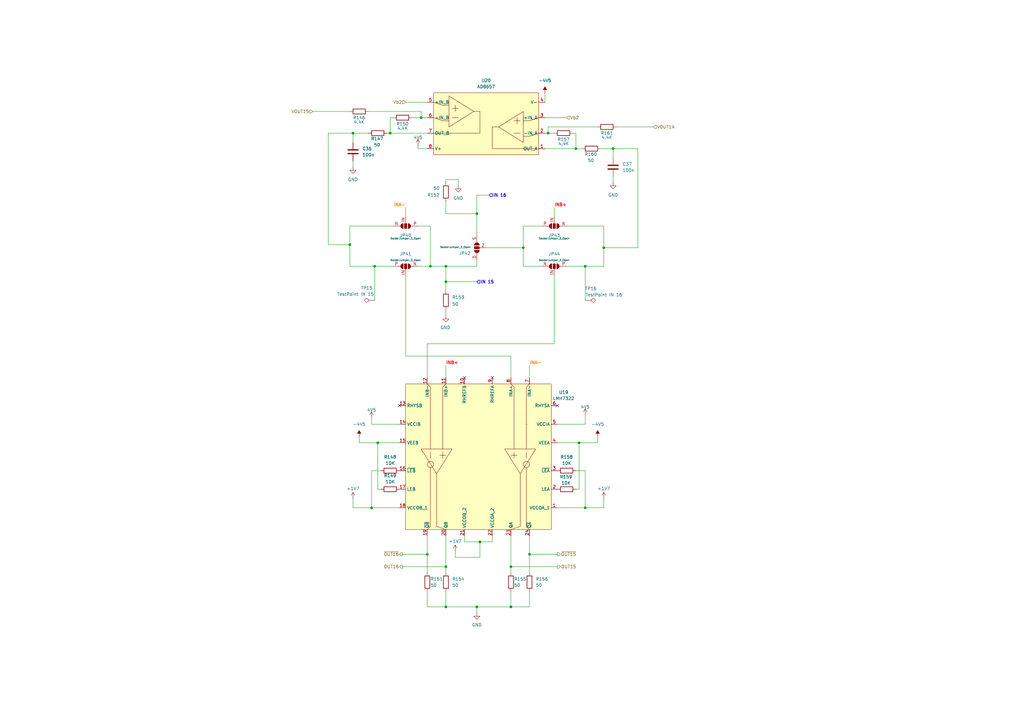
<source format=kicad_sch>
(kicad_sch (version 20231120) (generator "eeschema") (generator_version "8.0")
  (paper "A3")
  (lib_symbols
    (symbol "Connector:TestPoint" (pin_numbers hide) (pin_names (offset 0.762) hide)
      (property "Reference" "TP" (at 0 6.858 0))
      (property "Value" "TestPoint" (at 0 5.08 0))
      (symbol "TestPoint_0_1"
        (circle (center 0 3.302) (radius 0.762))
      )
      (symbol "TestPoint_1_1"
        (pin passive line (at 0 0 90) (length 2.54) (name "1") (number "1"))
      )
    )
    (symbol "Device:C" (pin_numbers hide) (pin_names (offset 0.254))
      (property "Reference" "C" (at 0.635 2.54 0))
      (property "Value" "C" (at 0.635 -2.54 0))
      (symbol "C_0_1"
        (polyline (pts (xy -2.032 -0.762) (xy 2.032 -0.762)) (stroke (width 0.508)))
        (polyline (pts (xy -2.032 0.762) (xy 2.032 0.762)) (stroke (width 0.508)))
      )
      (symbol "C_1_1"
        (pin passive line (at 0 3.81 270) (length 2.794) (name "~") (number "1"))
        (pin passive line (at 0 -3.81 90) (length 2.794) (name "~") (number "2"))
      )
    )
    (symbol "Device:R" (pin_numbers hide) (pin_names (offset 0))
      (property "Reference" "R" (at 2.032 0 90))
      (property "Value" "R" (at 0 0 90))
      (symbol "R_0_1"
        (rectangle (start -1.016 -2.54) (end 1.016 2.54) (stroke (width 0.254)))
      )
      (symbol "R_1_1"
        (pin passive line (at 0 3.81 270) (length 1.27) (name "~") (number "1"))
        (pin passive line (at 0 -3.81 90) (length 1.27) (name "~") (number "2"))
      )
    )
    (symbol "Jumper:SolderJumper_3_Open" (pin_names (offset 0) hide) (exclude_from_sim yes) (in_bom no)
      (property "Reference" "JP5" (at -2.286 2.54 90))
      (property "Value" "SolderJumper_3_Open" (at 0.254 2.54 90))
      (symbol "SolderJumper_3_Open_0_1"
        (arc (start -1.016 1.016) (mid -2.0276 0) (end -1.016 -1.016))
        (arc (start -1.016 1.016) (mid -2.0276 0) (end -1.016 -1.016) (fill (type outline)))
        (rectangle (start -0.508 1.016) (end 0.508 -1.016) (fill (type outline)))
        (polyline (pts (xy -2.54 0) (xy -2.032 0)))
        (polyline (pts (xy -1.016 1.016) (xy -1.016 -1.016)))
        (polyline (pts (xy 0 -1.27) (xy 0 -1.016)))
        (polyline (pts (xy 1.016 1.016) (xy 1.016 -1.016)))
        (polyline (pts (xy 2.54 0) (xy 2.032 0)))
        (arc (start 1.016 -1.016) (mid 2.0276 0) (end 1.016 1.016))
        (arc (start 1.016 -1.016) (mid 2.0276 0) (end 1.016 1.016) (fill (type outline)))
      )
      (symbol "SolderJumper_3_Open_1_1"
        (pin passive line (at 0 -3.81 90) (length 2.54) (name "IN") (number "2"))
        (pin passive line (at -5.08 0 0) (length 2.54) (name "A") (number "D"))
        (pin passive line (at 5.08 0 180) (length 2.54) (name "B") (number "S"))
      )
    )
    (symbol "SolderJumper_3_Open_1" (pin_names (offset 0) hide) (exclude_from_sim yes) (in_bom no)
      (property "Reference" "JP3" (at 0 6.35 0))
      (property "Value" "SolderJumper_3_Open" (at 0 3.81 0))
      (symbol "SolderJumper_3_Open_1_0_1"
        (arc (start -1.016 1.016) (mid -2.0276 0) (end -1.016 -1.016))
        (arc (start -1.016 1.016) (mid -2.0276 0) (end -1.016 -1.016) (fill (type outline)))
        (rectangle (start -0.508 1.016) (end 0.508 -1.016) (fill (type outline)))
        (polyline (pts (xy -2.54 0) (xy -2.032 0)))
        (polyline (pts (xy -1.016 1.016) (xy -1.016 -1.016)))
        (polyline (pts (xy 0 -1.27) (xy 0 -1.016)))
        (polyline (pts (xy 1.016 1.016) (xy 1.016 -1.016)))
        (polyline (pts (xy 2.54 0) (xy 2.032 0)))
        (arc (start 1.016 -1.016) (mid 2.0276 0) (end 1.016 1.016))
        (arc (start 1.016 -1.016) (mid 2.0276 0) (end 1.016 1.016) (fill (type outline)))
      )
      (symbol "SolderJumper_3_Open_1_1_1"
        (pin passive line (at 0 -3.81 90) (length 2.54) (name "C") (number "IN"))
        (pin passive line (at 5.08 0 180) (length 2.54) (name "B") (number "N"))
        (pin passive line (at -5.08 0 0) (length 2.54) (name "A") (number "P"))
      )
    )
    (symbol "SolderJumper_3_Open_2" (pin_names (offset 0) hide) (exclude_from_sim yes) (in_bom no)
      (property "Reference" "JP2" (at 0 6.35 0))
      (property "Value" "SolderJumper_3_Open" (at 0 3.81 0))
      (symbol "SolderJumper_3_Open_2_0_1"
        (arc (start -1.016 1.016) (mid -2.0276 0) (end -1.016 -1.016))
        (arc (start -1.016 1.016) (mid -2.0276 0) (end -1.016 -1.016) (fill (type outline)))
        (rectangle (start -0.508 1.016) (end 0.508 -1.016) (fill (type outline)))
        (polyline (pts (xy -2.54 0) (xy -2.032 0)))
        (polyline (pts (xy -1.016 1.016) (xy -1.016 -1.016)))
        (polyline (pts (xy 0 -1.27) (xy 0 -1.016)))
        (polyline (pts (xy 1.016 1.016) (xy 1.016 -1.016)))
        (polyline (pts (xy 2.54 0) (xy 2.032 0)))
        (arc (start 1.016 -1.016) (mid 2.0276 0) (end 1.016 1.016))
        (arc (start 1.016 -1.016) (mid 2.0276 0) (end 1.016 1.016) (fill (type outline)))
      )
      (symbol "SolderJumper_3_Open_2_1_1"
        (pin passive line (at 0 -3.81 90) (length 2.54) (name "C") (number "IN"))
        (pin passive line (at -5.08 0 0) (length 2.54) (name "A") (number "N"))
        (pin passive line (at 5.08 0 180) (length 2.54) (name "B") (number "P"))
      )
    )
    (symbol "power:+1V2" (power) (pin_numbers hide) (pin_names (offset 0) hide)
      (property "Value" "+1V2" (at 0 3.556 0))
      (symbol "+1V2_0_1"
        (polyline (pts (xy -0.762 1.27) (xy 0 2.54)))
        (polyline (pts (xy 0 0) (xy 0 2.54)))
        (polyline (pts (xy 0 2.54) (xy 0.762 1.27)))
      )
      (symbol "+1V2_1_1"
        (pin power_in line (at 0 0 90) (length 0) (name "~") (number "1"))
      )
    )
    (symbol "power:+8V" (power) (pin_numbers hide) (pin_names (offset 0) hide)
      (property "Value" "+8V" (at 0 3.556 0))
      (symbol "+8V_0_1"
        (polyline (pts (xy -0.762 1.27) (xy 0 2.54)))
        (polyline (pts (xy 0 0) (xy 0 2.54)))
        (polyline (pts (xy 0 2.54) (xy 0.762 1.27)))
      )
      (symbol "+8V_1_1"
        (pin power_in line (at 0 0 90) (length 0) (name "~") (number "1"))
      )
    )
    (symbol "power:-8V" (power) (pin_numbers hide) (pin_names (offset 0) hide)
      (property "Value" "-8V" (at 0 3.556 0))
      (symbol "-8V_0_0"
        (pin power_in line (at 0 0 90) (length 0) (name "~") (number "1"))
      )
      (symbol "-8V_0_1"
        (polyline (pts (xy 0 0) (xy 0 1.27) (xy 0.762 1.27) (xy 0 2.54) (xy -0.762 1.27) (xy 0 1.27)) (fill (type outline)))
      )
    )
    (symbol "power:GND" (power) (pin_numbers hide) (pin_names (offset 0) hide)
      (property "Value" "GND" (at 0 -3.81 0))
      (symbol "GND_0_1"
        (polyline (pts (xy 0 0) (xy 0 -1.27) (xy 1.27 -1.27) (xy 0 -2.54) (xy -1.27 -1.27) (xy 0 -1.27)))
      )
      (symbol "GND_1_1"
        (pin power_in line (at 0 0 270) (length 0) (name "~") (number "1"))
      )
    )
    (symbol "prova:AD8657"
      (property "Reference" "U" (at 9.906 3.556 0))
      (property "Value" "AD8657" (at 10.16 5.842 0))
      (symbol "AD8657_0_1"
        (polyline (pts (xy 12.7 17.78) (xy 12.7 20.32)))
        (polyline (pts (xy 13.97 19.05) (xy 16.51 19.05)))
        (polyline (pts (xy 13.97 24.13) (xy 16.51 24.13)))
        (polyline (pts (xy 15.24 20.32) (xy 15.24 17.78)))
        (polyline (pts (xy 16.51 19.05) (xy 16.51 19.05)))
        (polyline (pts (xy 36.83 17.78) (xy 36.83 17.78)))
        (polyline (pts (xy 39.37 13.97) (xy 41.91 13.97)))
        (polyline (pts (xy 39.37 17.78) (xy 41.91 17.78)))
        (polyline (pts (xy 40.64 15.24) (xy 40.64 12.7)))
      )
      (symbol "AD8657_1_1"
        (polyline (pts (xy 6.35 17.78) (xy 10.16 19.05)))
        (polyline (pts (xy 10.16 25.4) (xy 6.35 24.13)))
        (polyline (pts (xy 11.43 19.05) (xy 10.16 19.05)))
        (polyline (pts (xy 11.43 19.05) (xy 12.7 19.05)))
        (polyline (pts (xy 11.43 25.4) (xy 10.16 25.4)))
        (polyline (pts (xy 11.43 25.4) (xy 12.7 25.4)))
        (polyline (pts (xy 22.86 21.59) (xy 25.4 21.59) (xy 25.4 26.67)))
        (polyline (pts (xy 25.4 26.67) (xy 25.4 30.48) (xy 6.35 30.48)))
        (polyline (pts (xy 49.53 11.43) (xy 45.72 12.7) (xy 43.18 12.7)))
        (polyline (pts (xy 49.53 17.78) (xy 45.72 19.05) (xy 43.18 19.05)))
        (polyline (pts (xy 12.7 15.24) (xy 12.7 27.94) (xy 22.86 21.59) (xy 12.7 15.24)))
        (polyline (pts (xy 33.02 15.24) (xy 30.48 15.24) (xy 30.48 24.13) (xy 49.53 24.13)))
        (polyline (pts (xy 43.18 21.59) (xy 43.18 8.89) (xy 33.02 15.24) (xy 43.18 21.59)))
        (rectangle (start 6.35 33.02) (end 49.53 7.62) (fill (type background)))
        (pin output line (at 3.81 30.48 0) (length 2.54) (name "OUT_A") (number "1"))
        (pin input line (at 3.81 24.13 0) (length 2.54) (name "-IN_A") (number "2"))
        (pin input line (at 3.81 17.78 0) (length 2.54) (name "+IN_A") (number "3"))
        (pin input line (at 3.81 11.43 0) (length 2.54) (name "V-") (number "4"))
        (pin input line (at 52.07 11.43 180) (length 2.54) (name "+IN_B") (number "5"))
        (pin input line (at 52.07 17.78 180) (length 2.54) (name "-IN_B") (number "6"))
        (pin input line (at 52.07 24.13 180) (length 2.54) (name "OUT_B") (number "7"))
        (pin input line (at 52.07 30.48 180) (length 2.54) (name "V+") (number "8"))
      )
    )
    (symbol "prova:LMH7322"
      (property "Reference" "U" (at 11.684 8.89 0))
      (property "Value" "LMH7322" (at 20.32 16.51 0))
      (symbol "LMH7322_0_1"
        (circle (center -8.89 -5.08) (radius 0.0001))
        (circle (center -8.89 11.43) (radius 1.27))
        (polyline (pts (xy -8.89 -8.89) (xy -8.89 5.08)))
        (polyline (pts (xy -8.89 8.89) (xy -8.89 6.35)))
        (polyline (pts (xy -3.81 -8.89) (xy -3.81 5.08)))
        (polyline (pts (xy -3.81 8.89) (xy -3.81 6.35)))
        (polyline (pts (xy -2.54 7.62) (xy -5.08 7.62)))
        (polyline (pts (xy 25.4 8.89) (xy 25.4 6.35)))
        (polyline (pts (xy 26.67 7.62) (xy 24.13 7.62)))
        (polyline (pts (xy 30.48 -2.54) (xy 30.48 -2.54)))
        (polyline (pts (xy 30.48 8.89) (xy 30.48 6.35)))
        (polyline (pts (xy -8.89 -8.89) (xy -8.89 -20.32) (xy -10.16 -21.59)))
        (polyline (pts (xy -8.89 12.7) (xy -8.89 36.83) (xy -10.16 38.1)))
        (polyline (pts (xy -6.35 15.24) (xy -6.35 36.83) (xy -2.54 38.1)))
        (polyline (pts (xy -3.81 -8.89) (xy -3.81 -20.32) (xy -2.54 -21.59)))
        (polyline (pts (xy 27.94 15.24) (xy 27.94 36.83) (xy 24.13 38.1)))
        (polyline (pts (xy 30.48 12.7) (xy 30.48 36.83) (xy 31.75 38.1)))
        (circle (center 30.48 11.43) (radius 1.27))
      )
      (symbol "LMH7322_1_1"
        (rectangle (start -19.05 38.1) (end 40.64 -21.59) (fill (type background)))
        (polyline (pts (xy 0 5.08) (xy -12.7 5.08) (xy -6.35 15.24) (xy 0 5.08)))
        (polyline (pts (xy 24.13 -21.59) (xy 25.4 -20.32) (xy 25.4 -16.51) (xy 25.4 5.08)) (fill (type background)))
        (polyline (pts (xy 30.48 5.08) (xy 30.48 -16.51) (xy 30.48 -20.32) (xy 31.75 -21.59)) (fill (type background)))
        (polyline (pts (xy 34.29 5.08) (xy 21.59 5.08) (xy 27.94 15.24) (xy 34.29 5.08)) (fill (type background)))
        (pin input line (at -21.59 29.21 0) (length 2.54) (name "VCCOA_1") (number "1"))
        (pin input line (at 16.51 -24.13 90) (length 2.54) (name "RHREFB") (number "10"))
        (pin input line (at 24.13 -24.13 90) (length 2.54) (name "INB+") (number "11"))
        (pin input line (at 31.75 -24.13 90) (length 2.54) (name "INB-") (number "12"))
        (pin input line (at 43.18 -12.7 180) (length 2.54) (name "RHYSB") (number "13"))
        (pin input line (at 43.18 -5.08 180) (length 2.54) (name "VCCIB") (number "14"))
        (pin input line (at 43.18 2.54 180) (length 2.54) (name "VEEB") (number "15"))
        (pin input line (at 43.18 13.97 180) (length 2.54) (name "~{LEB}") (number "16"))
        (pin input line (at 43.18 21.59 180) (length 2.54) (name "LEB") (number "17"))
        (pin input line (at 43.18 29.21 180) (length 2.54) (name "VCCOB_1") (number "18"))
        (pin output line (at 31.75 40.64 270) (length 2.54) (name "~{QB}") (number "19"))
        (pin input line (at -21.59 21.59 0) (length 2.54) (name "LEA") (number "2"))
        (pin output line (at 24.13 40.64 270) (length 2.54) (name "QB") (number "20"))
        (pin input line (at 16.51 40.64 270) (length 2.54) (name "VCCOB_2") (number "21"))
        (pin input line (at 5.08 40.64 270) (length 2.54) (name "VCCOA_2") (number "22"))
        (pin output line (at -2.54 40.64 270) (length 2.54) (name "QA") (number "23"))
        (pin output line (at -10.16 40.64 270) (length 2.54) (name "~{QA}") (number "24"))
        (pin input line (at -21.59 13.97 0) (length 2.54) (name "~{LEA}") (number "3"))
        (pin input line (at -21.59 2.54 0) (length 2.54) (name "VEEA") (number "4"))
        (pin input line (at -21.59 -5.08 0) (length 2.54) (name "VCCIA") (number "5"))
        (pin input line (at -21.59 -12.7 0) (length 2.54) (name "RHYSA") (number "6"))
        (pin input line (at -10.16 -24.13 90) (length 2.54) (name "INA-") (number "7"))
        (pin input line (at -2.54 -24.13 90) (length 2.54) (name "INA+") (number "8"))
        (pin input line (at 5.08 -24.13 90) (length 2.54) (name "RHREFA") (number "9"))
      )
    )
  )
  (junction (at 182.88 232.41))
  (junction (at 160.02 54.61))
  (junction (at 195.58 248.92))
  (junction (at 152.4 208.28))
  (junction (at 196.85 222.25))
  (junction (at 182.88 248.92))
  (junction (at 182.88 109.22))
  (junction (at 251.46 60.96))
  (junction (at 143.51 100.33))
  (junction (at 217.17 227.33))
  (junction (at 175.26 227.33))
  (junction (at 209.55 248.92))
  (junction (at 154.94 181.61))
  (junction (at 144.78 54.61))
  (junction (at 224.79 54.61))
  (junction (at 236.22 60.96))
  (junction (at 214.63 101.6))
  (junction (at 182.88 115.57))
  (junction (at 247.65 101.6))
  (junction (at 209.55 232.41))
  (junction (at 237.49 181.61))
  (junction (at 195.58 87.63))
  (junction (at 176.53 109.22))
  (junction (at 240.03 109.22))
  (junction (at 240.03 208.28))
  (junction (at 172.72 48.26))
  (junction (at 153.67 109.22))
  (no_connect (at 228.6 166.37))
  (no_connect (at 201.93 154.94))
  (no_connect (at 163.83 166.37))
  (no_connect (at 190.5 154.94))
  (wire (pts (xy 156.21 193.04) (xy 152.4 193.04)))
  (wire (pts (xy 143.51 100.33) (xy 143.51 109.22)))
  (wire (pts (xy 175.26 140.97) (xy 227.33 140.97)))
  (wire (pts (xy 214.63 92.71) (xy 214.63 101.6)))
  (wire (pts (xy 182.88 109.22) (xy 176.53 109.22)))
  (wire (pts (xy 240.03 173.99) (xy 228.6 173.99)))
  (wire (pts (xy 209.55 232.41) (xy 209.55 234.95)))
  (wire (pts (xy 195.58 109.22) (xy 182.88 109.22)))
  (wire (pts (xy 182.88 127) (xy 182.88 129.54)))
  (wire (pts (xy 247.65 101.6) (xy 247.65 109.22)))
  (wire (pts (xy 182.88 115.57) (xy 195.58 115.57)))
  (wire (pts (xy 165.1 227.33) (xy 175.26 227.33)))
  (wire (pts (xy 228.6 208.28) (xy 240.03 208.28)))
  (wire (pts (xy 209.55 232.41) (xy 228.6 232.41)))
  (wire (pts (xy 232.41 109.22) (xy 240.03 109.22)))
  (wire (pts (xy 158.75 54.61) (xy 160.02 54.61)))
  (wire (pts (xy 201.93 222.25) (xy 201.93 219.71)))
  (wire (pts (xy 182.88 119.38) (xy 182.88 115.57)))
  (wire (pts (xy 147.32 179.07) (xy 147.32 181.61)))
  (wire (pts (xy 165.1 232.41) (xy 182.88 232.41)))
  (wire (pts (xy 175.26 248.92) (xy 182.88 248.92)))
  (wire (pts (xy 190.5 222.25) (xy 190.5 219.71)))
  (wire (pts (xy 152.4 208.28) (xy 163.83 208.28)))
  (wire (pts (xy 153.67 109.22) (xy 161.29 109.22)))
  (wire (pts (xy 214.63 101.6) (xy 214.63 109.22)))
  (wire (pts (xy 182.88 73.66) (xy 187.96 73.66)))
  (wire (pts (xy 182.88 232.41) (xy 182.88 234.95)))
  (wire (pts (xy 217.17 219.71) (xy 217.17 227.33)))
  (wire (pts (xy 236.22 54.61) (xy 236.22 60.96)))
  (wire (pts (xy 209.55 219.71) (xy 209.55 232.41)))
  (wire (pts (xy 237.49 200.66) (xy 237.49 181.61)))
  (wire (pts (xy 199.39 101.6) (xy 214.63 101.6)))
  (wire (pts (xy 240.03 208.28) (xy 247.65 208.28)))
  (wire (pts (xy 201.93 222.25) (xy 196.85 222.25)))
  (wire (pts (xy 237.49 181.61) (xy 245.11 181.61)))
  (wire (pts (xy 152.4 173.99) (xy 163.83 173.99)))
  (wire (pts (xy 245.11 179.07) (xy 245.11 181.61)))
  (wire (pts (xy 171.45 60.96) (xy 171.45 59.69)))
  (wire (pts (xy 144.78 204.47) (xy 144.78 208.28)))
  (wire (pts (xy 175.26 227.33) (xy 175.26 234.95)))
  (wire (pts (xy 175.26 242.57) (xy 175.26 248.92)))
  (wire (pts (xy 195.58 80.01) (xy 195.58 87.63)))
  (wire (pts (xy 240.03 109.22) (xy 247.65 109.22)))
  (wire (pts (xy 209.55 146.05) (xy 209.55 154.94)))
  (wire (pts (xy 251.46 64.77) (xy 251.46 60.96)))
  (wire (pts (xy 223.52 60.96) (xy 236.22 60.96)))
  (wire (pts (xy 134.62 100.33) (xy 134.62 54.61)))
  (wire (pts (xy 182.88 82.55) (xy 182.88 87.63)))
  (wire (pts (xy 144.78 58.42) (xy 144.78 54.61)))
  (wire (pts (xy 224.79 54.61) (xy 227.33 54.61)))
  (wire (pts (xy 195.58 248.92) (xy 195.58 251.46)))
  (wire (pts (xy 209.55 146.05) (xy 166.37 146.05)))
  (wire (pts (xy 134.62 54.61) (xy 144.78 54.61)))
  (wire (pts (xy 214.63 109.22) (xy 222.25 109.22)))
  (wire (pts (xy 224.79 52.07) (xy 245.11 52.07)))
  (wire (pts (xy 128.27 45.72) (xy 143.51 45.72)))
  (wire (pts (xy 160.02 54.61) (xy 160.02 48.26)))
  (wire (pts (xy 144.78 208.28) (xy 152.4 208.28)))
  (wire (pts (xy 156.21 200.66) (xy 154.94 200.66)))
  (wire (pts (xy 240.03 170.18) (xy 240.03 173.99)))
  (wire (pts (xy 176.53 109.22) (xy 171.45 109.22)))
  (wire (pts (xy 240.03 193.04) (xy 236.22 193.04)))
  (wire (pts (xy 152.4 171.45) (xy 152.4 173.99)))
  (wire (pts (xy 246.38 60.96) (xy 251.46 60.96)))
  (wire (pts (xy 224.79 54.61) (xy 223.52 54.61)))
  (wire (pts (xy 267.97 52.07) (xy 252.73 52.07)))
  (wire (pts (xy 240.03 109.22) (xy 240.03 123.19)))
  (wire (pts (xy 217.17 227.33) (xy 217.17 234.95)))
  (wire (pts (xy 247.65 92.71) (xy 247.65 101.6)))
  (wire (pts (xy 217.17 149.86) (xy 217.17 154.94)))
  (wire (pts (xy 261.62 60.96) (xy 251.46 60.96)))
  (wire (pts (xy 195.58 106.68) (xy 195.58 109.22)))
  (wire (pts (xy 247.65 101.6) (xy 261.62 101.6)))
  (wire (pts (xy 222.25 92.71) (xy 214.63 92.71)))
  (wire (pts (xy 166.37 85.09) (xy 166.37 88.9)))
  (wire (pts (xy 196.85 228.6) (xy 186.69 228.6)))
  (wire (pts (xy 171.45 92.71) (xy 176.53 92.71)))
  (wire (pts (xy 228.6 181.61) (xy 237.49 181.61)))
  (wire (pts (xy 195.58 87.63) (xy 195.58 96.52)))
  (wire (pts (xy 143.51 100.33) (xy 134.62 100.33)))
  (wire (pts (xy 182.88 219.71) (xy 182.88 232.41)))
  (wire (pts (xy 166.37 41.91) (xy 175.26 41.91)))
  (wire (pts (xy 240.03 193.04) (xy 240.03 208.28)))
  (wire (pts (xy 196.85 222.25) (xy 196.85 228.6)))
  (wire (pts (xy 182.88 242.57) (xy 182.88 248.92)))
  (wire (pts (xy 224.79 54.61) (xy 224.79 52.07)))
  (wire (pts (xy 152.4 193.04) (xy 152.4 208.28)))
  (wire (pts (xy 236.22 60.96) (xy 238.76 60.96)))
  (wire (pts (xy 196.85 222.25) (xy 190.5 222.25)))
  (wire (pts (xy 182.88 87.63) (xy 195.58 87.63)))
  (wire (pts (xy 172.72 48.26) (xy 172.72 45.72)))
  (wire (pts (xy 227.33 85.09) (xy 227.33 88.9)))
  (wire (pts (xy 195.58 80.01) (xy 200.66 80.01)))
  (wire (pts (xy 144.78 66.04) (xy 144.78 68.58)))
  (wire (pts (xy 176.53 92.71) (xy 176.53 109.22)))
  (wire (pts (xy 182.88 73.66) (xy 182.88 74.93)))
  (wire (pts (xy 261.62 101.6) (xy 261.62 60.96)))
  (wire (pts (xy 236.22 200.66) (xy 237.49 200.66)))
  (wire (pts (xy 247.65 204.47) (xy 247.65 208.28)))
  (wire (pts (xy 217.17 227.33) (xy 228.6 227.33)))
  (wire (pts (xy 223.52 38.1) (xy 223.52 41.91)))
  (wire (pts (xy 234.95 54.61) (xy 236.22 54.61)))
  (wire (pts (xy 209.55 248.92) (xy 217.17 248.92)))
  (wire (pts (xy 143.51 92.71) (xy 143.51 100.33)))
  (wire (pts (xy 175.26 60.96) (xy 171.45 60.96)))
  (wire (pts (xy 166.37 146.05) (xy 166.37 113.03)))
  (wire (pts (xy 143.51 109.22) (xy 153.67 109.22)))
  (wire (pts (xy 186.69 226.06) (xy 186.69 228.6)))
  (wire (pts (xy 187.96 73.66) (xy 187.96 76.2)))
  (wire (pts (xy 217.17 242.57) (xy 217.17 248.92)))
  (wire (pts (xy 168.91 48.26) (xy 172.72 48.26)))
  (wire (pts (xy 143.51 92.71) (xy 161.29 92.71)))
  (wire (pts (xy 163.83 181.61) (xy 154.94 181.61)))
  (wire (pts (xy 195.58 248.92) (xy 209.55 248.92)))
  (wire (pts (xy 175.26 140.97) (xy 175.26 154.94)))
  (wire (pts (xy 182.88 248.92) (xy 195.58 248.92)))
  (wire (pts (xy 160.02 54.61) (xy 175.26 54.61)))
  (wire (pts (xy 227.33 140.97) (xy 227.33 113.03)))
  (wire (pts (xy 151.13 45.72) (xy 172.72 45.72)))
  (wire (pts (xy 209.55 242.57) (xy 209.55 248.92)))
  (wire (pts (xy 175.26 219.71) (xy 175.26 227.33)))
  (wire (pts (xy 144.78 54.61) (xy 151.13 54.61)))
  (wire (pts (xy 147.32 181.61) (xy 154.94 181.61)))
  (wire (pts (xy 154.94 200.66) (xy 154.94 181.61)))
  (wire (pts (xy 251.46 72.39) (xy 251.46 74.93)))
  (wire (pts (xy 153.67 109.22) (xy 153.67 123.19)))
  (wire (pts (xy 223.52 48.26) (xy 232.41 48.26)))
  (wire (pts (xy 232.41 92.71) (xy 247.65 92.71)))
  (wire (pts (xy 172.72 48.26) (xy 175.26 48.26)))
  (wire (pts (xy 182.88 149.86) (xy 182.88 154.94)))
  (wire (pts (xy 182.88 109.22) (xy 182.88 115.57)))
  (wire (pts (xy 160.02 48.26) (xy 161.29 48.26)))
  (label "INB+" (at 182.88 149.86 0) (effects (font (thickness 0.254) (bold yes))))
  (label "INA-" (at 217.17 149.86 0) (effects (font (thickness 0.254) (bold yes))))
  (label "INA-" (at 166.37 85.09 180) (effects (font (thickness 0.254) (bold yes))))
  (label "INB+" (at 227.33 85.09 0) (effects (font (thickness 0.254) (bold yes))))
  (hierarchical_label "VOUT14" (shape input) (at 267.97 52.07 0))
  (hierarchical_label "IN 16" (shape input) (at 200.66 80.01 0) (effects (font (thickness 0.254) (bold yes))))
  (hierarchical_label "Vb2" (shape input) (at 166.37 41.91 180))
  (hierarchical_label "VOUT15" (shape input) (at 128.27 45.72 180))
  (hierarchical_label "OUT16" (shape output) (at 165.1 232.41 180))
  (hierarchical_label "~{OUT15}" (shape output) (at 228.6 227.33 0))
  (hierarchical_label "~{OUT16}" (shape output) (at 165.1 227.33 180))
  (hierarchical_label "IN 15" (shape input) (at 195.58 115.57 0) (effects (font (thickness 0.254) (bold yes))))
  (hierarchical_label "Vb2" (shape input) (at 232.41 48.26 0))
  (hierarchical_label "OUT15" (shape output) (at 228.6 232.41 0))
  (symbol (lib_id "Device:R") (at 242.57 60.96 90) (unit 1)
    (property "Reference" "R160" (at 242.316 63.246 90))
    (property "Value" "50" (at 242.316 65.786 90))
    (property "Description" "Resistor" (effects (hide yes)))
  )
  (symbol (lib_id "power:+1V2") (at 144.78 204.47 0) (unit 1)
    (property "Reference" "#PWR0159" (effects (hide yes)))
    (property "Value" "+1V7" (at 144.78 200.406 0))
    (property "Description" "Power symbol creates a global label with name \"+1V2\"" (effects (hide yes)))
  )
  (symbol (lib_id "power:GND") (at 144.78 68.58 0) (unit 1)
    (property "Reference" "#PWR0158" (effects (hide yes)))
    (property "Value" "GND" (at 144.78 73.66 0))
    (property "Description" "Power symbol creates a global label with name \"GND\" , ground" (effects (hide yes)))
  )
  (symbol (lib_id "Device:C") (at 144.78 62.23 0) (unit 1)
    (property "Reference" "C36" (at 148.59 60.9599 0) (effects (justify left)))
    (property "Value" "100n" (at 148.59 63.4999 0) (effects (justify left)))
    (property "Description" "Unpolarized capacitor" (effects (hide yes)))
  )
  (symbol (lib_id "Device:R") (at 165.1 48.26 270) (unit 1)
    (property "Reference" "R150" (at 165.1 50.8 90))
    (property "Value" "4.4K" (at 165.1 52.578 90))
    (property "Description" "Resistor" (effects (hide yes)))
  )
  (symbol (lib_id "Device:R") (at 182.88 123.19 180) (unit 1)
    (property "Reference" "R153" (at 185.42 121.9199 0) (effects (justify right)))
    (property "Value" "50" (at 185.42 124.714 0) (effects (justify right)))
    (property "Description" "Resistor" (effects (hide yes)))
  )
  (symbol (lib_id "power:GND") (at 182.88 129.54 0) (unit 1)
    (property "Reference" "#PWR0163" (effects (hide yes)))
    (property "Value" "GND" (at 182.626 134.366 0))
    (property "Description" "Power symbol creates a global label with name \"GND\" , ground" (effects (hide yes)))
  )
  (symbol (lib_id "power:GND") (at 251.46 74.93 0) (unit 1)
    (property "Reference" "#PWR0171" (effects (hide yes)))
    (property "Value" "GND" (at 251.46 80.01 0))
    (property "Description" "Power symbol creates a global label with name \"GND\" , ground" (effects (hide yes)))
  )
  (symbol (lib_id "Device:R") (at 217.17 238.76 0) (unit 1)
    (property "Reference" "R156" (at 219.71 237.4899 0) (effects (justify left)))
    (property "Value" "50" (at 219.71 240.0299 0) (effects (justify left)))
    (property "Description" "Resistor" (effects (hide yes)))
  )
  (symbol (lib_id "power:+8V") (at 240.03 170.18 0) (unit 1)
    (property "Reference" "#PWR0168" (effects (hide yes)))
    (property "Value" "4V5" (at 240.03 166.878 0))
    (property "Description" "Power symbol creates a global label with name \"+8V\"" (effects (hide yes)))
  )
  (symbol (lib_id "Device:R") (at 209.55 238.76 0) (unit 1)
    (property "Reference" "R155" (at 210.82 237.49 0) (effects (justify left)))
    (property "Value" "50" (at 210.82 240.03 0) (effects (justify left)))
    (property "Description" "Resistor" (effects (hide yes)))
  )
  (symbol (lib_id "Device:R") (at 232.41 200.66 90) (unit 1)
    (property "Reference" "R159" (at 232.156 195.58 90))
    (property "Value" "10K" (at 232.156 198.12 90))
    (property "Description" "Resistor" (effects (hide yes)))
  )
  (symbol (lib_id "Device:R") (at 182.88 238.76 0) (unit 1)
    (property "Reference" "R154" (at 185.42 237.4899 0) (effects (justify left)))
    (property "Value" "50" (at 185.42 240.0299 0) (effects (justify left)))
    (property "Description" "Resistor" (effects (hide yes)))
  )
  (symbol (lib_id "power:GND") (at 187.96 76.2 0) (unit 1)
    (property "Reference" "#PWR0165" (effects (hide yes)))
    (property "Value" "GND" (at 187.96 81.28 0))
    (property "Description" "Power symbol creates a global label with name \"GND\" , ground" (effects (hide yes)))
  )
  (symbol (lib_id "Device:R") (at 147.32 45.72 270) (unit 1)
    (property "Reference" "R146" (at 147.32 48.26 90))
    (property "Value" "4.4K" (at 147.32 50.038 90))
    (property "Description" "Resistor" (effects (hide yes)))
  )
  (symbol (lib_id "Device:R") (at 160.02 193.04 90) (unit 1)
    (property "Reference" "R148" (at 160.02 187.452 90))
    (property "Value" "10K" (at 160.02 189.992 90))
    (property "Description" "Resistor" (effects (hide yes)))
  )
  (symbol (lib_id "power:+1V2") (at 186.69 226.06 0) (unit 1)
    (property "Reference" "#PWR0164" (effects (hide yes)))
    (property "Value" "+1V7" (at 186.69 221.996 0))
    (property "Description" "Power symbol creates a global label with name \"+1V2\"" (effects (hide yes)))
  )
  (symbol (lib_id "Device:R") (at 175.26 238.76 0) (unit 1)
    (property "Reference" "R151" (at 176.53 237.49 0) (effects (justify left)))
    (property "Value" "50" (at 176.53 240.03 0) (effects (justify left)))
    (property "Description" "Resistor" (effects (hide yes)))
  )
  (symbol (lib_id "Jumper:SolderJumper_3_Open") (at 195.58 101.6 90) (unit 1) (exclude_from_sim yes) (in_bom no)
    (property "Reference" "JP42" (at 193.04 103.886 90) (effects (justify left)))
    (property "Value" "SolderJumper_3_Open" (at 193.04 101.346 90) (effects (font (size 0.762 0.762)) (justify left)))
    (property "Description" "Solder Jumper, 3-pole, open" (effects (hide yes)))
  )
  (symbol (lib_id "Device:C") (at 251.46 68.58 0) (unit 1)
    (property "Reference" "C37" (at 255.27 67.3099 0) (effects (justify left)))
    (property "Value" "100n" (at 255.27 69.8499 0) (effects (justify left)))
    (property "Description" "Unpolarized capacitor" (effects (hide yes)))
  )
  (symbol (lib_id "Device:R") (at 231.14 54.61 270) (unit 1)
    (property "Reference" "R157" (at 231.14 57.15 90))
    (property "Value" "4.4K" (at 231.14 58.928 90))
    (property "Description" "Resistor" (effects (hide yes)))
  )
  (symbol (lib_id "power:-8V") (at 245.11 179.07 0) (unit 1)
    (property "Reference" "#PWR0169" (effects (hide yes)))
    (property "Value" "-4V5" (at 245.11 173.99 0))
    (property "Description" "Power symbol creates a global label with name \"-8V\"" (effects (hide yes)))
  )
  (symbol (lib_id "power:+1V2") (at 247.65 204.47 0) (unit 1)
    (property "Reference" "#PWR0170" (effects (hide yes)))
    (property "Value" "+1V7" (at 247.65 200.406 0))
    (property "Description" "Power symbol creates a global label with name \"+1V2\"" (effects (hide yes)))
  )
  (symbol (lib_id "power:-8V") (at 147.32 179.07 0) (unit 1)
    (property "Reference" "#PWR0160" (effects (hide yes)))
    (property "Value" "-4V5" (at 147.32 173.99 0))
    (property "Description" "Power symbol creates a global label with name \"-8V\"" (effects (hide yes)))
  )
  (symbol (lib_name "SolderJumper_3_Open_2") (lib_id "Jumper:SolderJumper_3_Open") (at 227.33 109.22 0) (unit 1) (exclude_from_sim yes) (in_bom no)
    (property "Reference" "JP44" (at 227.33 104.14 0))
    (property "Value" "SolderJumper_3_Open" (at 227.33 106.68 0) (effects (font (size 0.762 0.762))))
    (property "Description" "Solder Jumper, 3-pole, open" (effects (hide yes)))
  )
  (symbol (lib_name "SolderJumper_3_Open_1") (lib_id "Jumper:SolderJumper_3_Open") (at 166.37 109.22 0) (unit 1) (exclude_from_sim yes) (in_bom no)
    (property "Reference" "JP41" (at 166.37 104.14 0))
    (property "Value" "SolderJumper_3_Open" (at 166.37 106.68 0) (effects (font (size 0.762 0.762))))
    (property "Description" "Solder Jumper, 3-pole, open" (effects (hide yes)))
  )
  (symbol (lib_id "Device:R") (at 248.92 52.07 270) (unit 1)
    (property "Reference" "R161" (at 248.92 54.61 90))
    (property "Value" "4.4K" (at 248.92 56.388 90))
    (property "Description" "Resistor" (effects (hide yes)))
  )
  (symbol (lib_id "power:-8V") (at 223.52 38.1 0) (unit 1)
    (property "Reference" "#PWR0167" (effects (hide yes)))
    (property "Value" "-4V5" (at 223.52 33.02 0))
    (property "Description" "Power symbol creates a global label with name \"-8V\"" (effects (hide yes)))
  )
  (symbol (lib_id "Device:R") (at 182.88 78.74 0) (unit 1)
    (property "Reference" "R152" (at 180.34 80.0101 0) (effects (justify right)))
    (property "Value" "50" (at 180.34 77.216 0) (effects (justify right)))
    (property "Description" "Resistor" (effects (hide yes)))
  )
  (symbol (lib_name "SolderJumper_3_Open_2") (lib_id "Jumper:SolderJumper_3_Open") (at 227.33 92.71 180) (unit 1) (exclude_from_sim yes) (in_bom no)
    (property "Reference" "JP43" (at 227.33 96.52 0))
    (property "Value" "SolderJumper_3_Open" (at 227.33 97.79 0) (effects (font (size 0.762 0.762))))
    (property "Description" "Solder Jumper, 3-pole, open" (effects (hide yes)))
  )
  (symbol (lib_id "power:+8V") (at 152.4 171.45 0) (unit 1)
    (property "Reference" "#PWR0161" (effects (hide yes)))
    (property "Value" "4V5" (at 152.4 168.148 0))
    (property "Description" "Power symbol creates a global label with name \"+8V\"" (effects (hide yes)))
  )
  (symbol (lib_id "Connector:TestPoint") (at 240.03 123.19 270) (unit 1)
    (property "Reference" "TP16" (at 242.316 118.364 90))
    (property "Value" "TestPoint IN 16" (at 247.65 120.904 90))
    (property "Description" "test point" (effects (hide yes)))
  )
  (symbol (lib_id "Connector:TestPoint") (at 153.67 123.19 90) (unit 1)
    (property "Reference" "TP15" (at 150.368 118.11 90))
    (property "Value" "TestPoint IN 15" (at 145.796 120.65 90))
    (property "Description" "test point" (effects (hide yes)))
  )
  (symbol (lib_id "Device:R") (at 160.02 200.66 90) (unit 1)
    (property "Reference" "R149" (at 160.02 195.072 90))
    (property "Value" "10K" (at 160.02 197.612 90))
    (property "Description" "Resistor" (effects (hide yes)))
  )
  (symbol (lib_name "SolderJumper_3_Open_1") (lib_id "Jumper:SolderJumper_3_Open") (at 166.37 92.71 180) (unit 1) (exclude_from_sim yes) (in_bom no)
    (property "Reference" "JP40" (at 166.37 96.52 0))
    (property "Value" "SolderJumper_3_Open" (at 166.37 97.79 0) (effects (font (size 0.762 0.762))))
    (property "Description" "Solder Jumper, 3-pole, open" (effects (hide yes)))
  )
  (symbol (lib_id "prova:LMH7322") (at 207.01 179.07 180) (unit 1)
    (property "Reference" "U19" (at 231.14 160.8738 0))
    (property "Value" "LMH7322" (at 231.14 163.4138 0))
    (property "Footprint" "SamacSys_Parts:QFN50P400X400X80-25N" (effects (hide yes)))
  )
  (symbol (lib_id "Device:R") (at 154.94 54.61 90) (unit 1)
    (property "Reference" "R147" (at 154.686 56.896 90))
    (property "Value" "50" (at 154.686 59.436 90))
    (property "Description" "Resistor" (effects (hide yes)))
  )
  (symbol (lib_id "power:+8V") (at 171.45 59.69 0) (unit 1)
    (property "Reference" "#PWR0162" (effects (hide yes)))
    (property "Value" "4V5" (at 171.45 56.388 0))
    (property "Description" "Power symbol creates a global label with name \"+8V\"" (effects (hide yes)))
  )
  (symbol (lib_id "prova:AD8657") (at 227.33 30.48 180) (unit 1)
    (property "Reference" "U20" (at 199.39 33.02 0))
    (property "Value" "AD8657" (at 199.39 35.56 0))
    (property "Footprint" "SamacSys_Parts:SOP65P490X110-8N" (effects (hide yes)))
  )
  (symbol (lib_id "power:GND") (at 195.58 251.46 0) (unit 1)
    (property "Reference" "#PWR0166" (effects (hide yes)))
    (property "Value" "GND" (at 195.58 256.286 0))
    (property "Description" "Power symbol creates a global label with name \"GND\" , ground" (effects (hide yes)))
  )
  (symbol (lib_id "Device:R") (at 232.41 193.04 90) (unit 1)
    (property "Reference" "R158" (at 232.41 187.452 90))
    (property "Value" "10K" (at 232.41 189.992 90))
    (property "Description" "Resistor" (effects (hide yes)))
  )
)
</source>
